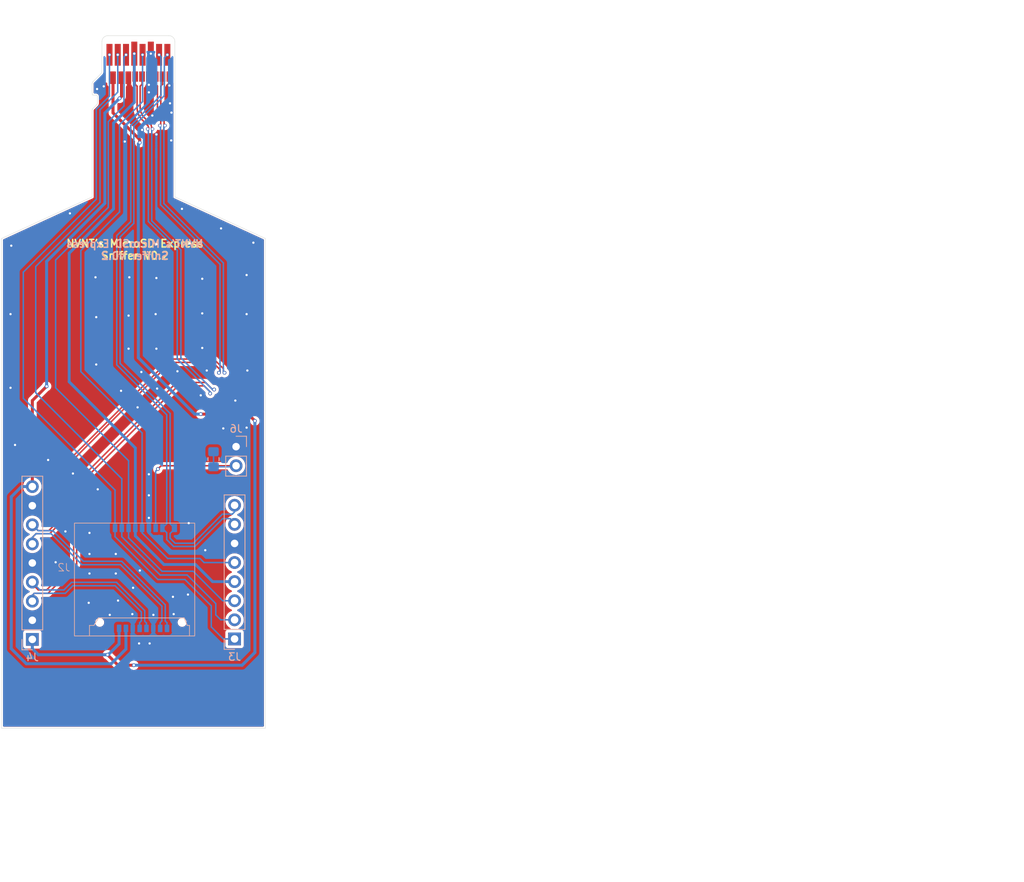
<source format=kicad_pcb>
(kicad_pcb (version 20241229) (generator "pcbnew") (generator_version "9.0")
  (title_block (title "NVNT MicroSD Express Sniffer"))
  (layers (0 "F.Cu" signal) (2 "B.Cu" signal) (13 "F.Paste" user) (15 "B.Paste" user) (5 "F.SilkS" user "F.Silkscreen") (7 "B.SilkS" user "B.Silkscreen") (1 "F.Mask" user) (3 "B.Mask" user) (25 "Edge.Cuts" user))
  (net 0 "")
  (net 1 "/TX+")
  (net 2 "/TX-")
  (net 3 "/RX+")
  (net 4 "GND")
  (net 5 "/RX-")
  (net 6 "/REFCLK+")
  (net 7 "/REFCLK-")
  (net 8 "/PERST")
  (net 9 "/CLKREQ")
  (net 10 "/CMD")
  (net 11 "/CLK")
  (net 12 "/1V2")
  (net 13 "/3V3")
  (net 14 "/1V8")
  (net 15 "/CD")
  (footprint "Library:usdex-male-open_bottom" (layer "F.Cu") (at 141.61 77.96)
    (property "Reference" "J1" (hide yes))
    (property "Value" "MicroSD Express Edge Connector")
    (fp_line (start -6.15 6.395685) (end -6.15 7.8) (stroke (width 0.05)) (layer "Edge.Cuts"))
    (fp_line (start -6.15 9.8) (end -6.149999 15) (stroke (width 0.05)) (layer "Edge.Cuts"))
    (fp_line (start -6.05 7.9) (end -5.65 7.9) (stroke (width 0.05)) (layer "Edge.Cuts"))
    (fp_line (start -5.567158 9.217158) (end -6.15 9.8) (stroke (width 0.05)) (layer "Edge.Cuts"))
    (fp_line (start -5.45 8.1) (end -5.45 8.934315) (stroke (width 0.05)) (layer "Edge.Cuts"))
    (fp_line (start -4.967158 5.047158) (end -6.032843 6.112843) (stroke (width 0.05)) (layer "Edge.Cuts"))
    (fp_line (start -4.85 4.764315) (end -4.85 0.8) (stroke (width 0.05)) (layer "Edge.Cuts"))
    (fp_line (start -4.05 0) (end 4.05 0) (stroke (width 0.05)) (layer "Edge.Cuts"))
    (fp_line (start 4.85 0.8) (end 4.85 15) (stroke (width 0.05)) (layer "Edge.Cuts"))
    (fp_arc (start -6.15 6.395685) (mid -6.119552 6.242612) (end -6.032843 6.112843) (stroke (width 0.05)) (layer "Edge.Cuts"))
    (fp_arc (start -6.05 7.9) (mid -6.120711 7.870711) (end -6.15 7.8) (stroke (width 0.05)) (layer "Edge.Cuts"))
    (fp_arc (start -5.65 7.9) (mid -5.508579 7.958579) (end -5.45 8.1) (stroke (width 0.05)) (layer "Edge.Cuts"))
    (fp_arc (start -5.45 8.934315) (mid -5.480448 9.087389) (end -5.567158 9.217158) (stroke (width 0.05)) (layer "Edge.Cuts"))
    (fp_arc (start -4.85 0.8) (mid -4.615685 0.234315) (end -4.05 0) (stroke (width 0.05)) (layer "Edge.Cuts"))
    (fp_arc (start -4.85 4.764315) (mid -4.880448 4.917389) (end -4.967158 5.047158) (stroke (width 0.05)) (layer "Edge.Cuts"))
    (fp_arc (start 4.05 0) (mid 4.615685 0.234315) (end 4.85 0.8) (stroke (width 0.05)) (layer "Edge.Cuts"))
    (pad "1" smd rect (at -3.85 2.55) (size 0.8 2.9) (layers "F.Cu" "F.Mask" "F.Paste") (net 9 "/CLKREQ"))
    (pad "2" smd rect (at -2.75 2.55) (size 0.8 2.9) (layers "F.Cu" "F.Mask" "F.Paste") (net 8 "/PERST"))
    (pad "3" smd rect (at -1.65 2.55) (size 0.8 2.9) (layers "F.Cu" "F.Mask" "F.Paste") (net 10 "/CMD"))
    (pad "4" smd rect (at -0.55 2.4) (size 0.8 3.2) (layers "F.Cu" "F.Mask" "F.Paste") (net 13 "/3V3"))
    (pad "5" smd rect (at 0.55 2.55) (size 0.8 2.9) (layers "F.Cu" "F.Mask" "F.Paste") (net 11 "/CLK"))
    (pad "6" smd rect (at 1.65 2.4) (size 0.8 3.2) (layers "F.Cu" "F.Mask" "F.Paste") (net 4 "GND"))
    (pad "7" smd rect (at 2.75 2.55) (size 0.8 2.9) (layers "F.Cu" "F.Mask" "F.Paste") (net 6 "/REFCLK+"))
    (pad "8" smd rect (at 3.85 2.55) (size 0.8 2.9) (layers "F.Cu" "F.Mask" "F.Paste") (net 7 "/REFCLK-"))
    (pad "9" smd rect (at -3.38 5.595) (size 0.76 1.67) (layers "F.Cu" "F.Mask" "F.Paste") (net 14 "/1V8"))
    (pad "10" smd rect (at -1.34 5.595) (size 0.76 1.67) (layers "F.Cu" "F.Mask" "F.Paste") (net 4 "GND"))
    (pad "11" smd rect (at -0.43 5.445) (size 0.76 1.37) (layers "F.Cu" "F.Mask" "F.Paste") (net 1 "/TX+"))
    (pad "12" smd rect (at 0.48 5.445) (size 0.76 1.37) (layers "F.Cu" "F.Mask" "F.Paste") (net 2 "/TX-"))
    (pad "13" smd rect (at 1.39 5.445) (size 0.76 1.37) (layers "F.Cu" "F.Mask" "F.Paste") (net 4 "GND"))
    (pad "14" smd rect (at 2.3 5.445) (size 0.76 1.37) (layers "F.Cu" "F.Mask" "F.Paste") (net 5 "/RX-"))
    (pad "15" smd rect (at 3.21 5.445) (size 0.76 1.37) (layers "F.Cu" "F.Mask" "F.Paste") (net 3 "/RX+"))
    (pad "16" smd rect (at 4.12 5.445) (size 0.76 1.37) (layers "F.Cu" "F.Mask" "F.Paste") (net 4 "GND"))
    (pad "17" smd rect (at -2.25 5.595) (size 0.76 1.67) (layers "F.Cu" "F.Mask" "F.Paste") (net 12 "/1V2"))
  )
  (footprint "Library:PinHeader_1x02_P2.54mm_Vertical" (layer "B.Cu") (at 154.6 132.625 180)
    (property "Reference" "J6" (at 0 2.38 0) (layer "B.SilkS") (effects (justify mirror)))
    (property "Value" "Conn_01x02_Pin Jumper/NC")
    (pad "1" thru_hole rect (at 0 0 180) (size 1.7 1.7) (drill 1) (layers "*.Cu" "*.Mask") (net 4 "GND"))
    (pad "2" thru_hole circle (at 0 -2.54 180) (size 1.7 1.7) (drill 1) (layers "*.Cu" "*.Mask") (net 15 "/CD"))
  )
  (footprint "Library:R_0805_2012Metric_Pad1.20x1.40mm_HandSolder" (layer "B.Cu") (at 151.6 134.3 90)
    (property "Reference" "R1" (hide yes))
    (property "Value" "10K/NC")
    (pad "1" smd roundrect (at -1 0 90) (size 1.2 1.4) (layers "B.Cu" "B.Mask" "B.Paste") (roundrect_rratio 0.208333) (net 15 "/CD"))
    (pad "2" smd roundrect (at 1 0 90) (size 1.2 1.4) (layers "B.Cu" "B.Mask" "B.Paste") (roundrect_rratio 0.208333) (net 15 "/CD"))
  )
  (footprint "Library:PinHeader_1x08_P2.54mm_Vertical" (layer "B.Cu") (at 154.4 158.2)
    (property "Reference" "J3" (at 0 2.38 0) (layer "B.SilkS") (effects (justify mirror)))
    (property "Value" "SD Lane Pins")
    (pad "1" thru_hole rect (at 0 0) (size 1.7 1.7) (drill 1) (layers "*.Cu" "*.Mask") (net 9 "/CLKREQ"))
    (pad "2" thru_hole circle (at 0 -2.54) (size 1.7 1.7) (drill 1) (layers "*.Cu" "*.Mask") (net 8 "/PERST"))
    (pad "3" thru_hole circle (at 0 -5.08) (size 1.7 1.7) (drill 1) (layers "*.Cu" "*.Mask") (net 10 "/CMD"))
    (pad "4" thru_hole circle (at 0 -7.62) (size 1.7 1.7) (drill 1) (layers "*.Cu" "*.Mask") (net 13 "/3V3"))
    (pad "5" thru_hole circle (at 0 -10.16) (size 1.7 1.7) (drill 1) (layers "*.Cu" "*.Mask") (net 11 "/CLK"))
    (pad "6" thru_hole circle (at 0 -12.7) (size 1.7 1.7) (drill 1) (layers "*.Cu" "*.Mask") (net 4 "GND"))
    (pad "7" thru_hole circle (at 0 -15.24) (size 1.7 1.7) (drill 1) (layers "*.Cu" "*.Mask") (net 6 "/REFCLK+"))
    (pad "8" thru_hole circle (at 0 -17.78) (size 1.7 1.7) (drill 1) (layers "*.Cu" "*.Mask") (net 7 "/REFCLK-"))
  )
  (footprint "Library:PinHeader_1x09_P2.54mm_Vertical" (layer "B.Cu") (at 127.5 158.26)
    (property "Reference" "J4" (at 0 2.38 0) (layer "B.SilkS") (effects (justify mirror)))
    (property "Value" "PCIe Lane Pins")
    (pad "1" thru_hole rect (at 0 0) (size 1.7 1.7) (drill 1) (layers "*.Cu" "*.Mask") (net 14 "/1V8"))
    (pad "2" thru_hole circle (at 0 -2.54) (size 1.7 1.7) (drill 1) (layers "*.Cu" "*.Mask") (net 4 "GND"))
    (pad "3" thru_hole circle (at 0 -5.08) (size 1.7 1.7) (drill 1) (layers "*.Cu" "*.Mask") (net 1 "/TX+"))
    (pad "4" thru_hole circle (at 0 -7.62) (size 1.7 1.7) (drill 1) (layers "*.Cu" "*.Mask") (net 2 "/TX-"))
    (pad "5" thru_hole circle (at 0 -10.16) (size 1.7 1.7) (drill 1) (layers "*.Cu" "*.Mask") (net 4 "GND"))
    (pad "6" thru_hole circle (at 0 -12.7) (size 1.7 1.7) (drill 1) (layers "*.Cu" "*.Mask") (net 5 "/RX-"))
    (pad "7" thru_hole circle (at 0 -15.24) (size 1.7 1.7) (drill 1) (layers "*.Cu" "*.Mask") (net 3 "/RX+"))
    (pad "8" thru_hole circle (at 0 -17.78) (size 1.7 1.7) (drill 1) (layers "*.Cu" "*.Mask") (net 4 "GND"))
    (pad "9" thru_hole circle (at 0 -20.32) (size 1.7 1.7) (drill 1) (layers "*.Cu" "*.Mask") (net 12 "/1V2"))
  )
  (footprint "Library:SMT_TF_418__7.0_SF" (layer "B.Cu") (at 141.1 148.7 180)
    (property "Reference" "J2" (at 9.4 0 0) (layer "B.SilkS") (effects (font (thickness 0.1)) (justify mirror)))
    (property "Value" "SMT-TF-418-7..0-SF")
    (pad "" np_thru_hole circle (at -6.32 -7.3 90) (size 0.7 0.7) (drill 0.7) (layers "*.Cu" "*.Mask"))
    (pad "" np_thru_hole circle (at 4.64 -7.3 90) (size 0.7 0.7) (drill 0.7) (layers "*.Cu" "*.Mask"))
    (pad "1" smd roundrect (at 2.6 5.25 90) (size 1.1 0.6) (layers "B.Cu" "B.Mask" "B.Paste") (roundrect_rratio 0.15) (net 9 "/CLKREQ"))
    (pad "2" smd roundrect (at 1.7 5.25 90) (size 1.1 0.6) (layers "B.Cu" "B.Mask" "B.Paste") (roundrect_rratio 0.15) (net 8 "/PERST"))
    (pad "3" smd roundrect (at 0.8 5.25 90) (size 1.1 0.6) (layers "B.Cu" "B.Mask" "B.Paste") (roundrect_rratio 0.15) (net 10 "/CMD"))
    (pad "4" smd roundrect (at -0.1 5.25 90) (size 1.1 0.6) (layers "B.Cu" "B.Mask" "B.Paste") (roundrect_rratio 0.15) (net 13 "/3V3"))
    (pad "5" smd roundrect (at -1 5.25 90) (size 1.1 0.6) (layers "B.Cu" "B.Mask" "B.Paste") (roundrect_rratio 0.15) (net 11 "/CLK"))
    (pad "6" smd roundrect (at -1.9 5.25 90) (size 1.1 0.6) (layers "B.Cu" "B.Mask" "B.Paste") (roundrect_rratio 0.15) (net 4 "GND"))
    (pad "7" smd roundrect (at -3.7 5.25 90) (size 1.1 0.6) (layers "B.Cu" "B.Mask" "B.Paste") (roundrect_rratio 0.15) (net 6 "/REFCLK+"))
    (pad "8" smd roundrect (at -5.3 5.25 90) (size 1.1 0.7) (layers "B.Cu" "B.Mask" "B.Paste") (roundrect_rratio 0.15) (net 7 "/REFCLK-"))
    (pad "9" smd roundrect (at 2.06 -8.1 90) (size 1 0.6) (layers "B.Cu" "B.Mask" "B.Paste") (roundrect_rratio 0.15) (net 14 "/1V8"))
    (pad "10" smd roundrect (at 0.24 -8.1 90) (size 1 0.6) (layers "B.Cu" "B.Mask" "B.Paste") (roundrect_rratio 0.15) (net 4 "GND"))
    (pad "11" smd roundrect (at -0.67 -8.1 90) (size 1 0.6) (layers "B.Cu" "B.Mask" "B.Paste") (roundrect_rratio 0.15) (net 1 "/TX+"))
    (pad "12" smd roundrect (at -1.58 -8.1 90) (size 1 0.6) (layers "B.Cu" "B.Mask" "B.Paste") (roundrect_rratio 0.15) (net 2 "/TX-"))
    (pad "13" smd roundrect (at -2.49 -8.1 90) (size 1 0.6) (layers "B.Cu" "B.Mask" "B.Paste") (roundrect_rratio 0.15) (net 4 "GND"))
    (pad "14" smd roundrect (at -3.4 -8.1 90) (size 1 0.6) (layers "B.Cu" "B.Mask" "B.Paste") (roundrect_rratio 0.15) (net 5 "/RX-"))
    (pad "15" smd roundrect (at -4.31 -8.1 90) (size 1 0.6) (layers "B.Cu" "B.Mask" "B.Paste") (roundrect_rratio 0.15) (net 3 "/RX+"))
    (pad "16" smd roundrect (at -5.22 -8.1 90) (size 1 0.6) (layers "B.Cu" "B.Mask" "B.Paste") (roundrect_rratio 0.15) (net 4 "GND"))
    (pad "17" smd roundrect (at 1.15 -8.1 90) (size 1 0.6) (layers "B.Cu" "B.Mask" "B.Paste") (roundrect_rratio 0.15) (net 12 "/1V2"))
    (pad "18" smd roundrect (at -2.8 5.25 90) (size 1.1 0.6) (layers "B.Cu" "B.Mask" "B.Paste") (roundrect_rratio 0.15) (net 15 "/CD"))
    (pad "19" smd roundrect (at -7.18 4.7 90) (size 1.4 1.25) (layers "B.Cu" "B.Mask" "B.Paste") (roundrect_rratio 0.15) (net 4 "GND"))
    (pad "20" smd roundrect (at 7.18 4.7 90) (size 1.4 1.25) (layers "B.Cu" "B.Mask" "B.Paste") (roundrect_rratio 0.15) (net 4 "GND"))
    (pad "21" smd roundrect (at 7.18 -4.7 90) (size 1.4 1.25) (layers "B.Cu" "B.Mask" "B.Paste") (roundrect_rratio 0.15) (net 4 "GND"))
    (pad "22" smd roundrect (at -7.18 -4.7 90) (size 1.4 1.25) (layers "B.Cu" "B.Mask" "B.Paste") (roundrect_rratio 0.15) (net 4 "GND"))
    (pad "23" smd roundrect (at 3.31 -8.1 90) (size 1.1 1) (layers "B.Cu" "B.Mask" "B.Paste") (roundrect_rratio 0.15) (net 4 "GND"))
  )
  (gr_line (start 146.46 99.415985) (end 146.46 92.96) (stroke (width 0.05)) (layer "Edge.Cuts"))
  (gr_line (start 123.4 170.07) (end 158.5 170.07) (stroke (width 0.05)) (layer "Edge.Cuts"))
  (gr_line (start 158.5 104.95) (end 158.5 170.07) (stroke (width 0.05)) (layer "Edge.Cuts"))
  (gr_line (start 123.402514 104.95) (end 135.46 99.415985) (stroke (width 0.05)) (layer "Edge.Cuts"))
  (gr_line (start 146.46 99.415985) (end 158.5 104.95) (stroke (width 0.05)) (layer "Edge.Cuts"))
  (gr_line (start 123.402514 104.95) (end 123.4 170.07) (stroke (width 0.05)) (layer "Edge.Cuts"))
  (gr_line (start 135.46 92.96) (end 135.46 99.415985) (stroke (width 0.05)) (layer "Edge.Cuts"))
  (gr_text "NVNT's MicroSD Express\nSniffer V0.2" (at 141.15 107.81 0) (layer "F.SilkS") (effects (font (size 1 1) (thickness 0.2) (bold yes)) (justify bottom)))
  (gr_text "NVNT's MicroSD Express\nSniffer V0.2" (at 141.12 107.85 0) (layer "B.SilkS") (effects (font (size 1 1) (thickness 0.2) (bold yes)) (justify bottom mirror)))
  (segment (start 150.348778 124.542383) (end 146.875815 124.542383) (width 0.2) (layer "F.Cu") (net 1))
  (segment (start 127.5 152.4) (end 127.5 153.18) (width 0.2) (layer "F.Cu") (net 1))
  (segment (start 142.809336 89.858142) (end 142.136197 89.185003) (width 0.205232) (layer "F.Cu") (net 1))
  (segment (start 133.4 148.318198) (end 129.583197 152.135001) (width 0.2) (layer "F.Cu") (net 1))
  (segment (start 133.4 138.018198) (end 133.4 148.318198) (width 0.2) (layer "F.Cu") (net 1))
  (segment (start 146.875815 124.542383) (end 133.4 138.018198) (width 0.2) (layer "F.Cu") (net 1))
  (segment (start 127.764999 152.135001) (end 127.5 152.4) (width 0.2) (layer "F.Cu") (net 1))
  (segment (start 151.154552 125.348157) (end 150.348778 124.542383) (width 0.2) (layer "F.Cu") (net 1))
  (segment (start 141.18 84.432501) (end 141.18 83.405) (width 0.205232) (layer "F.Cu") (net 1))
  (segment (start 142.955783 90.257617) (end 142.955783 90.211696) (width 0.205232) (layer "F.Cu") (net 1))
  (segment (start 129.583197 152.135001) (end 127.764999 152.135001) (width 0.2) (layer "F.Cu") (net 1))
  (segment (start 141.430784 84.683285) (end 141.18 84.432501) (width 0.205232) (layer "F.Cu") (net 1))
  (segment (start 151.154552 125.560288) (end 151.154552 125.348157) (width 0.2) (layer "F.Cu") (net 1))
  (segment (start 142.8334 90.38) (end 142.955783 90.257617) (width 0.205232) (layer "F.Cu") (net 1))
  (segment (start 141.430784 87.481985) (end 141.430784 84.683285) (width 0.205232) (layer "F.Cu") (net 1))
  (via (at 142.8334 90.38) (size 0.45) (drill 0.3) (layers "F.Cu" "B.Cu") (net 1))
  (via (at 151.154552 125.560288) (size 0.5) (drill 0.3) (layers "F.Cu" "B.Cu") (net 1))
  (arc (start 142.955783 90.211696) (mid 142.917723 90.020354) (end 142.809336 89.858142) (width 0.205232) (layer "F.Cu") (net 1))
  (arc (start 141.430784 87.481985) (mid 141.614115 88.403652) (end 142.136197 89.185003) (width 0.205232) (layer "F.Cu") (net 1))
  (segment (start 141.77 156.8) (end 141.77 156.03) (width 0.2) (layer "B.Cu") (net 1))
  (segment (start 142.8334 90.38) (end 142.932384 90.478984) (width 0.2) (layer "B.Cu") (net 1))
  (segment (start 151.154552 125.348157) (end 151.154552 125.560288) (width 0.2) (layer "B.Cu") (net 1))
  (segment (start 141.77 156.03) (end 142 155.8) (width 0.2) (layer "B.Cu") (net 1))
  (segment (start 127.765 152.135) (end 127.5 152.4) (width 0.2) (layer "B.Cu") (net 1))
  (segment (start 127.5 152.4) (end 127.5 153.18) (width 0.2) (layer "B.Cu") (net 1))
  (segment (start 138.506802 151.125) (end 132.893198 151.125) (width 0.2) (layer "B.Cu") (net 1))
  (segment (start 142 155.8) (end 142 154.618198) (width 0.2) (layer "B.Cu") (net 1))
  (segment (start 132.893198 151.125) (end 131.883198 152.135) (width 0.2) (layer "B.Cu") (net 1))
  (segment (start 142.932384 90.478984) (end 142.932384 102.682384) (width 0.2) (layer "B.Cu") (net 1))
  (segment (start 142 154.618198) (end 138.506802 151.125) (width 0.2) (layer "B.Cu") (net 1))
  (segment (start 142.932384 102.682384) (end 146.77 106.52) (width 0.2) (layer "B.Cu") (net 1))
  (segment (start 131.883198 152.135) (end 127.765 152.135) (width 0.2) (layer "B.Cu") (net 1))
  (segment (start 146.77 120.963605) (end 151.154552 125.348157) (width 0.2) (layer "B.Cu") (net 1))
  (segment (start 146.77 106.52) (end 146.77 120.963605) (width 0.2) (layer "B.Cu") (net 1))
  (segment (start 143.4866 90.38) (end 143.364217 90.257617) (width 0.205232) (layer "F.Cu") (net 2))
  (segment (start 127.5 150.9) (end 128.284999 151.684999) (width 0.2) (layer "F.Cu") (net 2))
  (segment (start 143.364217 90.257617) (end 143.364217 90.211696) (width 0.205232) (layer "F.Cu") (net 2))
  (segment (start 129.396803 151.684999) (end 133 148.081802) (width 0.2) (layer "F.Cu") (net 2))
  (segment (start 146.689419 124.092383) (end 150.535176 124.092383) (width 0.2) (layer "F.Cu") (net 2))
  (segment (start 151.472751 125.029958) (end 151.684882 125.029958) (width 0.2) (layer "F.Cu") (net 2))
  (segment (start 142.09 84.432501) (end 142.09 83.405) (width 0.205232) (layer "F.Cu") (net 2))
  (segment (start 141.839216 87.481983) (end 141.839216 84.683285) (width 0.205232) (layer "F.Cu") (net 2))
  (segment (start 133 148.081802) (end 133 137.781802) (width 0.2) (layer "F.Cu") (net 2))
  (segment (start 133 137.781802) (end 146.689419 124.092383) (width 0.2) (layer "F.Cu") (net 2))
  (segment (start 143.098143 89.569337) (end 142.425002 88.896196) (width 0.205232) (layer "F.Cu") (net 2))
  (segment (start 128.284999 151.684999) (end 129.396803 151.684999) (width 0.2) (layer "F.Cu") (net 2))
  (segment (start 141.839216 84.683285) (end 142.09 84.432501) (width 0.205232) (layer "F.Cu") (net 2))
  (segment (start 150.535176 124.092383) (end 151.472751 125.029958) (width 0.2) (layer "F.Cu") (net 2))
  (segment (start 127.5 150.64) (end 127.5 150.9) (width 0.2) (layer "F.Cu") (net 2))
  (via (at 143.4866 90.38) (size 0.45) (drill 0.3) (layers "F.Cu" "B.Cu") (net 2))
  (via (at 151.684882 125.029958) (size 0.5) (drill 0.3) (layers "F.Cu" "B.Cu") (net 2))
  (arc (start 142.425002 88.896196) (mid 141.991457 88.24735) (end 141.839216 87.481983) (width 0.205232) (layer "F.Cu") (net 2))
  (arc (start 143.098143 89.569337) (mid 143.295067 89.864054) (end 143.364217 90.211696) (width 0.205232) (layer "F.Cu") (net 2))
  (segment (start 143.387616 102.587616) (end 147.26 106.46) (width 0.2) (layer "B.Cu") (net 2))
  (segment (start 151.472751 125.029958) (end 151.684882 125.029958) (width 0.2) (layer "B.Cu") (net 2))
  (segment (start 143.387616 90.478984) (end 143.387616 102.587616) (width 0.2) (layer "B.Cu") (net 2))
  (segment (start 147.26 120.817207) (end 151.472751 125.029958) (width 0.2) (layer "B.Cu") (net 2))
  (segment (start 132.706802 150.675) (end 138.693198 150.675) (width 0.2) (layer "B.Cu") (net 2))
  (segment (start 143.4866 90.38) (end 143.387616 90.478984) (width 0.2) (layer "B.Cu") (net 2))
  (segment (start 127.5 150.67) (end 128.515 151.685) (width 0.2) (layer "B.Cu") (net 2))
  (segment (start 128.515 151.685) (end 131.696802 151.685) (width 0.2) (layer "B.Cu") (net 2))
  (segment (start 147.26 106.46) (end 147.26 120.817207) (width 0.2) (layer "B.Cu") (net 2))
  (segment (start 142.68 156.08) (end 142.68 156.8) (width 0.2) (layer "B.Cu") (net 2))
  (segment (start 142.45 155.85) (end 142.68 156.08) (width 0.2) (layer "B.Cu") (net 2))
  (segment (start 127.5 150.64) (end 127.5 150.67) (width 0.2) (layer "B.Cu") (net 2))
  (segment (start 131.696802 151.685) (end 132.706802 150.675) (width 0.2) (layer "B.Cu") (net 2))
  (segment (start 142.45 154.431802) (end 142.45 155.85) (width 0.2) (layer "B.Cu") (net 2))
  (segment (start 138.693198 150.675) (end 142.45 154.431802) (width 0.2) (layer "B.Cu") (net 2))
  (segment (start 145.025 89.2) (end 145.025001 89.200001) (width 0.2) (layer "F.Cu") (net 3))
  (segment (start 127.5 143.02) (end 128.28 143.8) (width 0.2) (layer "F.Cu") (net 3))
  (segment (start 129.681802 143.8) (end 130.575 142.906802) (width 0.2) (layer "F.Cu") (net 3))
  (segment (start 144.59 87.671802) (end 145.025 88.106802) (width 0.2) (layer "F.Cu") (net 3))
  (segment (start 130.575 136.225) (end 145.825 120.975) (width 0.2) (layer "F.Cu") (net 3))
  (segment (start 128.28 143.8) (end 129.681802 143.8) (width 0.2) (layer "F.Cu") (net 3))
  (segment (start 152.911682 122.647937) (end 153.061681 122.797936) (width 0.2) (layer "F.Cu") (net 3))
  (segment (start 145.025001 89.200001) (end 145.025001 89.794051) (width 0.2) (layer "F.Cu") (net 3))
  (segment (start 145.825 120.975) (end 151.634099 120.975) (width 0.2) (layer "F.Cu") (net 3))
  (segment (start 145.025001 89.794051) (end 145.15 89.91905) (width 0.2) (layer "F.Cu") (net 3))
  (segment (start 144.82 84.432501) (end 144.59 84.662501) (width 0.2) (layer "F.Cu") (net 3))
  (segment (start 145.025 88.106802) (end 145.025 89.2) (width 0.2) (layer "F.Cu") (net 3))
  (segment (start 144.82 83.405) (end 144.82 84.432501) (width 0.2) (layer "F.Cu") (net 3))
  (segment (start 151.634099 120.975) (end 152.911682 122.252583) (width 0.2) (layer "F.Cu") (net 3))
  (segment (start 152.911682 122.252583) (end 152.911682 122.647937) (width 0.2) (layer "F.Cu") (net 3))
  (segment (start 130.575 142.906802) (end 130.575 136.225) (width 0.2) (layer "F.Cu") (net 3))
  (segment (start 144.59 84.662501) (end 144.59 87.671802) (width 0.2) (layer "F.Cu") (net 3))
  (via (at 145.15 89.91905) (size 0.45) (drill 0.3) (layers "F.Cu" "B.Cu") (net 3))
  (via (at 153.061681 122.797936) (size 0.5) (drill 0.3) (layers "F.Cu" "B.Cu") (net 3))
  (segment (start 128.28 143.8) (end 127.5 143.02) (width 0.2) (layer "B.Cu") (net 3))
  (segment (start 145.000001 100.281803) (end 152.911681 108.193483) (width 0.2) (layer "B.Cu") (net 3))
  (segment (start 145.18 153.661802) (end 139.393198 147.875) (width 0.2) (layer "B.Cu") (net 3))
  (segment (start 145.41 156.8) (end 145.41 156.049999) (width 0.2) (layer "B.Cu") (net 3))
  (segment (start 134.293198 147.875) (end 130.218198 143.8) (width 0.2) (layer "B.Cu") (net 3))
  (segment (start 145.000001 100.281803) (end 145.000001 90.3) (width 0.2) (layer "B.Cu") (net 3))
  (segment (start 145.41 156.049999) (end 145.18 155.819999) (width 0.2) (layer "B.Cu") (net 3))
  (segment (start 152.911681 122.647936) (end 152.911681 108.193483) (width 0.2) (layer "B.Cu") (net 3))
  (segment (start 145.000001 90.3) (end 145.000001 90.069049) (width 0.2) (layer "B.Cu") (net 3))
  (segment (start 139.393198 147.875) (end 134.293198 147.875) (width 0.2) (layer "B.Cu") (net 3))
  (segment (start 130.218198 143.8) (end 128.28 143.8) (width 0.2) (layer "B.Cu") (net 3))
  (segment (start 153.061681 122.797936) (end 152.911681 122.647936) (width 0.2) (layer "B.Cu") (net 3))
  (segment (start 145.18 155.819999) (end 145.18 153.661802) (width 0.2) (layer "B.Cu") (net 3))
  (arc (start 145.000001 90.069049) (mid 145.043935 89.962984) (end 145.15 89.91905) (width 0.2) (layer "B.Cu") (net 3))
  (segment (start 145.73 86.88) (end 145.81 86.96) (width 0.4) (layer "F.Cu") (net 4))
  (segment (start 140.27 88.67) (end 142.1 90.5) (width 0.4) (layer "F.Cu") (net 4))
  (segment (start 140.27 83.555) (end 140.27 88.67) (width 0.4) (layer "F.Cu") (net 4))
  (segment (start 143 83.4025) (end 143 85.3375) (width 0.4) (layer "F.Cu") (net 4))
  (segment (start 145.73 83.405) (end 145.73 84.6) (width 0.4) (layer "F.Cu") (net 4))
  (segment (start 145.73 84.6) (end 145.73 86.88) (width 0.4) (layer "F.Cu") (net 4))
  (via (at 150.1 110.3) (size 0.5) (drill 0.3) (layers "F.Cu" "B.Cu") (net 4))
  (via (at 147.4 101) (size 0.5) (drill 0.3) (layers "F.Cu" "B.Cu") (net 4))
  (via (at 156.1 122.5) (size 0.5) (drill 0.3) (layers "F.Cu" "B.Cu") (net 4))
  (via (at 137 84.7) (size 0.5) (drill 0.3) (layers "F.Cu" "B.Cu") (net 4))
  (via (at 132.9 136.2) (size 0.5) (drill 0.3) (layers "F.Cu" "B.Cu") (net 4))
  (via (at 142.1 90.5) (size 0.5) (drill 0.3) (layers "F.Cu" "B.Cu") (net 4))
  (via (at 140.4 105.4) (size 0.5) (drill 0.3) (layers "F.Cu" "B.Cu") (net 4))
  (via (at 136 115.4) (size 0.5) (drill 0.3) (layers "F.Cu" "B.Cu") (net 4))
  (via (at 139.3 125.2) (size 0.5) (drill 0.3) (layers "F.Cu" "B.Cu") (net 4))
  (via (at 143 85.5) (size 0.6) (drill 0.3) (layers "F.Cu" "B.Cu") (net 4))
  (via (at 135.1 149.5) (size 0.5) (drill 0.3) (layers "F.Cu" "B.Cu") (net 4))
  (via (at 140.9 151.4) (size 0.5) (drill 0.3) (layers "F.Cu" "B.Cu") (net 4))
  (via (at 149.9 125.8) (size 0.5) (drill 0.3) (layers "F.Cu" "B.Cu") (net 4))
  (via (at 146.8 122.6) (size 0.5) (drill 0.3) (layers "F.Cu" "B.Cu") (net 4))
  (via (at 146 88.2) (size 0.5) (drill 0.3) (layers "F.Cu" "B.Cu") (net 4))
  (via (at 148.2 152.3) (size 0.5) (drill 0.3) (layers "F.Cu" "B.Cu") (net 4))
  (via (at 144 91.1) (size 0.45) (drill 0.3) (layers "F.Cu" "B.Cu") (net 4))
  (via (at 136 121.7) (size 0.5) (drill 0.3) (layers "F.Cu" "B.Cu") (net 4))
  (via (at 140.3 115.2) (size 0.5) (drill 0.3) (layers "F.Cu" "B.Cu") (net 4))
  (via (at 143.46 88.59) (size 0.5) (drill 0.3) (layers "F.Cu" "B.Cu") (net 4))
  (via (at 141.7 158.8) (size 0.5) (drill 0.3) (layers "F.Cu" "B.Cu") (net 4))
  (via (at 150.1 114.9) (size 0.5) (drill 0.3) (layers "F.Cu" "B.Cu") (net 4))
  (via (at 136.11 85.06) (size 0.5) (drill 0.3) (layers "F.Cu" "B.Cu") (net 4))
  (via (at 146.3 154.9) (size 0.5) (drill 0.3) (layers "F.Cu" "B.Cu") (net 4))
  (via (at 143 142.1) (size 0.5) (drill 0.3) (layers "F.Cu" "B.Cu") (net 4))
  (via (at 124.7 105.9) (size 0.5) (drill 0.3) (layers "F.Cu" "B.Cu") (net 4))
  (via (at 150.5 146.4) (size 0.5) (drill 0.3) (layers "F.Cu" "B.Cu") (net 4))
  (via (at 148.3 142.8) (size 0.5) (drill 0.3) (layers "F.Cu" "B.Cu") (net 4))
  (via (at 124.6 115) (size 0.5) (drill 0.3) (layers "F.Cu" "B.Cu") (net 4))
  (via (at 143.6 155) (size 0.5) (drill 0.3) (layers "F.Cu" "B.Cu") (net 4))
  (via (at 150.1 119.5) (size 0.5) (drill 0.3) (layers "F.Cu" "B.Cu") (net 4))
  (via (at 156.9 105.5) (size 0.5) (drill 0.3) (layers "F.Cu" "B.Cu") (net 4))
  (via (at 140.8 154.9) (size 0.5) (drill 0.3) (layers "F.Cu" "B.Cu") (net 4))
  (via (at 136.6 105.6) (size 0.5) (drill 0.3) (layers "F.Cu" "B.Cu") (net 4))
  (via (at 141.5 127.4) (size 0.5) (drill 0.3) (layers "F.Cu" "B.Cu") (net 4))
  (via (at 138.6 149.5) (size 0.5) (drill 0.3) (layers "F.Cu" "B.Cu") (net 4))
  (via (at 132.5 101.6) (size 0.5) (drill 0.3) (layers "F.Cu" "B.Cu") (net 4))
  (via (at 145.81 86.96) (size 0.5) (drill 0.3) (layers "F.Cu" "B.Cu") (net 4))
  (via (at 141.8 149.1) (size 0.5) (drill 0.3) (layers "F.Cu" "B.Cu") (net 4))
  (via (at 152.9 130.2) (size 0.5) (drill 0.3) (layers "F.Cu" "B.Cu") (net 4))
  (via (at 136.2 138.3) (size 0.5) (drill 0.3) (layers "F.Cu" "B.Cu") (net 4))
  (via (at 150.7 122.5) (size 0.5) (drill 0.3) (layers "F.Cu" "B.Cu") (net 4))
  (via (at 143.1 158.8) (size 0.5) (drill 0.3) (layers "F.Cu" "B.Cu") (net 4))
  (via (at 135.1 144.1) (size 0.5) (drill 0.3) (layers "F.Cu" "B.Cu") (net 4))
  (via (at 143 84.5) (size 0.5) (drill 0.3) (layers "F.Cu" "B.Cu") (net 4))
  (via (at 140.3 119.6) (size 0.5) (drill 0.3) (layers "F.Cu" "B.Cu") (net 4))
  (via (at 137.8 155) (size 0.5) (drill 0.3) (layers "F.Cu" "B.Cu") (net 4))
  (via (at 143 136.3) (size 0.5) (drill 0.3) (layers "F.Cu" "B.Cu") (net 4))
  (via (at 144 105.7) (size 0.5) (drill 0.3) (layers "F.Cu" "B.Cu") (net 4))
  (via (at 138.9 153.1) (size 0.5) (drill 0.3) (layers "F.Cu" "B.Cu") (net 4))
  (via (at 143.26 80.36) (size 0.45) (drill 0.3) (layers "F.Cu" "B.Cu") (net 4))
  (via (at 125.2 132.4) (size 0.5) (drill 0.3) (layers "F.Cu" "B.Cu") (net 4))
  (via (at 143 139.1) (size 0.5) (drill 0.3) (layers "F.Cu" "B.Cu") (net 4))
  (via (at 131.9 143.9) (size 0.5) (drill 0.3) (layers "F.Cu" "B.Cu") (net 4))
  (via (at 135.1 146.9) (size 0.5) (drill 0.3) (layers "F.Cu" "B.Cu") (net 4))
  (via (at 138.6 146.9) (size 0.5) (drill 0.3) (layers "F.Cu" "B.Cu") (net 4))
  (via (at 135.9 110.1) (size 0.5) (drill 0.3) (layers "F.Cu" "B.Cu") (net 4))
  (via (at 156 115) (size 0.5) (drill 0.3) (layers "F.Cu" "B.Cu") (net 4))
  (via (at 156 109.8) (size 0.5) (drill 0.3) (layers "F.Cu" "B.Cu") (net 4))
  (via (at 129.6 134.4) (size 0.5) (drill 0.3) (layers "F.Cu" "B.Cu") (net 4))
  (via (at 124.6 124.8) (size 0.5) (drill 0.3) (layers "F.Cu" "B.Cu") (net 4))
  (via (at 156 130.1) (size 0.5) (drill 0.3) (layers "F.Cu" "B.Cu") (net 4))
  (via (at 143.9 115) (size 0.5) (drill 0.3) (layers "F.Cu" "B.Cu") (net 4))
  (via (at 144.1 124.9) (size 0.5) (drill 0.3) (layers "F.Cu" "B.Cu") (net 4))
  (via (at 140.4 110.1) (size 0.5) (drill 0.3) (layers "F.Cu" "B.Cu") (net 4))
  (via (at 146.2 152.6) (size 0.5) (drill 0.3) (layers "F.Cu" "B.Cu") (net 4))
  (via (at 145.73 84.6) (size 0.5) (drill 0.3) (layers "F.Cu" "B.Cu") (net 4))
  (via (at 130.6 148) (size 0.5) (drill 0.3) (layers "F.Cu" "B.Cu") (net 4))
  (via (at 142 122.7) (size 0.5) (drill 0.3) (layers "F.Cu" "B.Cu") (net 4))
  (via (at 144 119.6) (size 0.5) (drill 0.3) (layers "F.Cu" "B.Cu") (net 4))
  (via (at 148.4 105.6) (size 0.5) (drill 0.3) (layers "F.Cu" "B.Cu") (net 4))
  (via (at 154.5 126.5) (size 0.5) (drill 0.3) (layers "F.Cu" "B.Cu") (net 4))
  (via (at 135 153.4) (size 0.5) (drill 0.3) (layers "F.Cu" "B.Cu") (net 4))
  (via (at 152.6 103.6) (size 0.5) (drill 0.3) (layers "F.Cu" "B.Cu") (net 4))
  (via (at 144 110.2) (size 0.5) (drill 0.3) (layers "F.Cu" "B.Cu") (net 4))
  (via (at 145.97 91.9) (size 0.5) (drill 0.3) (layers "F.Cu" "B.Cu") (net 4))
  (via (at 139.8 92.05) (size 0.6) (drill 0.3) (layers "F.Cu" "B.Cu") (net 4))
  (segment (start 142.3384 92.5966) (end 142.335 92.6) (width 0.3) (layer "B.Cu") (net 4))
  (segment (start 137.79 156.8) (end 137.79 155.01) (width 0.4) (layer "B.Cu") (net 4))
  (segment (start 135.95 121.85) (end 143 128.9) (width 0.3) (layer "B.Cu") (net 4))
  (segment (start 135.95 105.5) (end 135.95 121.85) (width 0.3) (layer "B.Cu") (net 4))
  (segment (start 139.8 90) (end 143 86.8) (width 0.3) (layer "B.Cu") (net 4))
  (segment (start 142.335 103.935) (end 143.55 105.15) (width 0.3) (layer "B.Cu") (net 4))
  (segment (start 142.1 90.5) (end 142.1 90.8) (width 0.3) (layer "B.Cu") (net 4))
  (segment (start 143.985 101.085) (end 149.55 106.65) (width 0.3) (layer "B.Cu") (net 4))
  (segment (start 143.37 88.59) (end 143.46 88.59) (width 0.2) (layer "B.Cu") (net 4))
  (segment (start 142.335 94.185) (end 142.31 94.21) (width 0.2) (layer "B.Cu") (net 4))
  (segment (start 143.985 93) (end 143.985 92.6) (width 0.3) (layer "B.Cu") (net 4))
  (segment (start 150.1 121.9) (end 154.6 126.4) (width 0.3) (layer "B.Cu") (net 4))
  (segment (start 143.985 92.285) (end 143.985 91.115) (width 0.3) (layer "B.Cu") (net 4))
  (segment (start 143.95 119.75) (end 143.95 105.55) (width 0.3) (layer "B.Cu") (net 4))
  (segment (start 145.500001 146.5) (end 150.4 146.5) (width 0.3) (layer "B.Cu") (net 4))
  (segment (start 143 128.9) (end 143 143.45) (width 0.3) (layer "B.Cu") (net 4))
  (segment (start 143 84.5) (end 143 85.34) (width 0.4) (layer "B.Cu") (net 4))
  (segment (start 142.335 94.185) (end 142.335 93.3) (width 0.3) (layer "B.Cu") (net 4))
  (segment (start 143.985 94.185) (end 143.985 93) (width 0.3) (layer "B.Cu") (net 4))
  (segment (start 150.1 107.2) (end 150.1 121.9) (width 0.3) (layer "B.Cu") (net 4))
  (segment (start 140.86 155.6) (end 140.86 154.96) (width 0.4) (layer "B.Cu") (net 4))
  (segment (start 146.32 154.92) (end 146.3 154.9) (width 0.4) (layer "B.Cu") (net 4))
  (segment (start 156 132.3) (end 155.675 132.625) (width 0.3) (layer "B.Cu") (net 4))
  (segment (start 142.335 93.3) (end 142.335 103.935) (width 0.3) (layer "B.Cu") (net 4))
  (segment (start 155.675 132.625) (end 154.6 132.625) (width 0.3) (layer "B.Cu") (net 4))
  (segment (start 143 86.8) (end 143 85.5) (width 0.3) (layer "B.Cu") (net 4))
  (segment (start 143 143.45) (end 143 143.999999) (width 0.3) (layer "B.Cu") (net 4))
  (segment (start 139.8 91.15) (end 139.8 101.65) (width 0.3) (layer "B.Cu") (net 4))
  (segment (start 149.55 106.65) (end 149.95 107.05) (width 0.3) (layer "B.Cu") (net 4))
  (segment (start 153.525 132.625) (end 155.675 132.625) (width 0.3) (layer "B.Cu") (net 4))
  (segment (start 143.33 88.63) (end 143.37 88.59) (width 0.2) (layer "B.Cu") (net 4))
  (segment (start 140.86 154.96) (end 140.8 154.9) (width 0.4) (layer "B.Cu") (net 4))
  (segment (start 145.97 91.9) (end 146 91.87) (width 0.3) (layer "B.Cu") (net 4))
  (segment (start 146 91.93) (end 145.97 91.9) (width 0.3) (layer "B.Cu") (net 4))
  (segment (start 149.55 106.65) (end 150.1 107.2) (width 0.3) (layer "B.Cu") (net 4))
  (segment (start 146 91.87) (end 146 87.15) (width 0.3) (layer "B.Cu") (net 4))
  (segment (start 140.86 157.96) (end 141.7 158.8) (width 0.4) (layer "B.Cu") (net 4))
  (segment (start 142.31 94.21) (end 142.31 103.91) (width 0.2) (layer "B.Cu") (net 4))
  (segment (start 152.9 128.7) (end 152.9 132) (width 0.3) (layer "B.Cu") (net 4))
  (segment (start 143.985 93) (end 143.985 101.085) (width 0.3) (layer "B.Cu") (net 4))
  (segment (start 145.09 86.96) (end 143.46 88.59) (width 0.4) (layer "B.Cu") (net 4))
  (segment (start 143 80.62) (end 143.26 80.36) (width 0.4) (layer "B.Cu") (net 4))
  (segment (start 152.9 128.7) (end 143.95 119.75) (width 0.3) (layer "B.Cu") (net 4))
  (segment (start 154.6 126.4) (end 154.6 130.7) (width 0.3) (layer "B.Cu") (net 4))
  (segment (start 139.8 92.05) (end 139.8 91.15) (width 0.3) (layer "B.Cu") (net 4))
  (segment (start 146.32 156.8) (end 146.32 154.92) (width 0.4) (layer "B.Cu") (net 4))
  (segment (start 152.9 132) (end 153.525 132.625) (width 0.3) (layer "B.Cu") (net 4))
  (segment (start 156 127) (end 156 132.3) (width 0.3) (layer "B.Cu") (net 4))
  (segment (start 143 84.5) (end 143 80.62) (width 0.4) (layer "B.Cu") (net 4))
  (segment (start 142.31 103.91) (end 142.45 104.05) (width 0.2) (layer "B.Cu") (net 4))
  (segment (start 143.55 105.15) (end 143.95 105.55) (width 0.3) (layer "B.Cu") (net 4))
  (segment (start 140.86 155.6) (end 140.86 157.96) (width 0.4) (layer "B.Cu") (net 4))
  (segment (start 140.86 156.8) (end 140.86 155.6) (width 0.4) (layer "B.Cu") (net 4))
  (segment (start 145.81 86.96) (end 145.09 86.96) (width 0.4) (layer "B.Cu") (net 4))
  (segment (start 142.1 90.8) (end 142.3384 91.0384) (width 0.3) (layer "B.Cu") (net 4))
  (segment (start 143.985 92.6) (end 143.985 92.285) (width 0.3) (layer "B.Cu") (net 4))
  (segment (start 143.59 155.01) (end 143.6 155) (width 0.4) (layer "B.Cu") (net 4))
  (segment (start 143.985 94.185) (end 143.985 101.085) (width 0.2) (layer "B.Cu") (net 4))
  (segment (start 137.79 155.01) (end 137.8 155) (width 0.4) (layer "B.Cu") (net 4))
  (segment (start 145.91 91.9) (end 145.97 91.9) (width 0.2) (layer "B.Cu") (net 4))
  (segment (start 156 127) (end 156 129) (width 0.3) (layer "B.Cu") (net 4))
  (segment (start 139.8 91.15) (end 139.8 90) (width 0.3) (layer "B.Cu") (net 4))
  (segment (start 142.335 103.935) (end 142.45 104.05) (width 0.3) (layer "B.Cu") (net 4))
  (segment (start 143 143.999999) (end 145.500001 146.5) (width 0.3) (layer "B.Cu") (net 4))
  (segment (start 143.59 156.8) (end 143.59 158.31) (width 0.4) (layer "B.Cu") (net 4))
  (segment (start 154.6 132.625) (end 154.6 130.7) (width 0.3) (layer "B.Cu") (net 4))
  (segment (start 146 99.8) (end 146 91.93) (width 0.3) (layer "B.Cu") (net 4))
  (segment (start 142.1 89.95) (end 143.46 88.59) (width 0.3) (layer "B.Cu") (net 4))
  (segment (start 154.6 130.7) (end 154.6 130.4) (width 0.3) (layer "B.Cu") (net 4))
  (segment (start 156 109.8) (end 146 99.8) (width 0.3) (layer "B.Cu") (net 4))
  (segment (start 139.8 101.65) (end 135.95 105.5) (width 0.3) (layer "B.Cu") (net 4))
  (segment (start 150.4 146.5) (end 150.5 146.4) (width 0.3) (layer "B.Cu") (net 4))
  (segment (start 142.3384 91.0384) (end 142.3384 92.5966) (width 0.3) (layer "B.Cu") (net 4))
  (segment (start 143.59 156.8) (end 143.59 155.01) (width 0.4) (layer "B.Cu") (net 4))
  (segment (start 143.59 158.31) (end 143.1 158.8) (width 0.4) (layer "B.Cu") (net 4))
  (segment (start 142.1 90.5) (end 142.1 89.95) (width 0.3) (layer "B.Cu") (net 4))
  (segment (start 146 87.15) (end 145.81 86.96) (width 0.3) (layer "B.Cu") (net 4))
  (segment (start 142.335 92.6) (end 142.335 93.3) (width 0.3) (layer "B.Cu") (net 4))
  (segment (start 156 127) (end 156 109.8) (width 0.3) (layer "B.Cu") (net 4))
  (segment (start 142.45 104.05) (end 143.95 105.55) (width 0.2) (layer "B.Cu") (net 4))
  (segment (start 127.5 145.56) (end 127.5 144.7) (width 0.2) (layer "F.Cu") (net 5))
  (segment (start 151.506802 121.425) (end 152.46168 122.379878) (width 0.2) (layer "F.Cu") (net 5))
  (segment (start 145.871388 121.425) (end 151.506802 121.425) (width 0.2) (layer "F.Cu") (net 5))
  (segment (start 144.575 89.2) (end 144.574999 89.200001) (width 0.2) (layer "F.Cu") (net 5))
  (segment (start 131.025 142.984099) (end 131.025 136.271388) (width 0.2) (layer "F.Cu") (net 5))
  (segment (start 128 144.2) (end 129.809099 144.2) (width 0.2) (layer "F.Cu") (net 5))
  (segment (start 152.46168 122.647937) (end 152.311681 122.797936) (width 0.2) (layer "F.Cu") (net 5))
  (segment (start 144.14 87.858198) (end 144.575 88.293198) (width 0.2) (layer "F.Cu") (net 5))
  (segment (start 143.91 84.432501) (end 144.14 84.662501) (width 0.2) (layer "F.Cu") (net 5))
  (segment (start 144.574999 89.200001) (end 144.574999 89.794051) (width 0.2) (layer "F.Cu") (net 5))
  (segment (start 144.574999 89.794051) (end 144.45 89.91905) (width 0.2) (layer "F.Cu") (net 5))
  (segment (start 144.14 84.662501) (end 144.14 87.858198) (width 0.2) (layer "F.Cu") (net 5))
  (segment (start 143.91 83.405) (end 143.91 84.432501) (width 0.2) (layer "F.Cu") (net 5))
  (segment (start 144.575 88.293198) (end 144.575 89.2) (width 0.2) (layer "F.Cu") (net 5))
  (segment (start 152.46168 122.379878) (end 152.46168 122.647937) (width 0.2) (layer "F.Cu") (net 5))
  (segment (start 129.809099 144.2) (end 131.025 142.984099) (width 0.2) (layer "F.Cu") (net 5))
  (segment (start 131.025 136.271388) (end 145.871388 121.425) (width 0.2) (layer "F.Cu") (net 5))
  (segment (start 127.5 144.7) (end 128 144.2) (width 0.2) (layer "F.Cu") (net 5))
  (via (at 144.45 89.91905) (size 0.45) (drill 0.3) (layers "F.Cu" "B.Cu") (net 5))
  (via (at 152.311681 122.797936) (size 0.5) (drill 0.3) (layers "F.Cu" "B.Cu") (net 5))
  (segment (start 144.73 155.819999) (end 144.73 153.848198) (width 0.2) (layer "B.Cu") (net 5))
  (segment (start 127.5 144.7) (end 127.5 145.56) (width 0.2) (layer "B.Cu") (net 5))
  (segment (start 134.106802 148.325) (end 129.981802 144.2) (width 0.2) (layer "B.Cu") (net 5))
  (segment (start 139.206802 148.325) (end 134.106802 148.325) (width 0.2) (layer "B.Cu") (net 5))
  (segment (start 144.5 156.049999) (end 144.73 155.819999) (width 0.2) (layer "B.Cu") (net 5))
  (segment (start 144.55 100.468198) (end 152.461681 108.379879) (width 0.2) (layer "B.Cu") (net 5))
  (segment (start 128 144.2) (end 127.5 144.7) (width 0.2) (layer "B.Cu") (net 5))
  (segment (start 144.5 156.8) (end 144.5 156.049999) (width 0.2) (layer "B.Cu") (net 5))
  (segment (start 144.73 153.848198) (end 139.206802 148.325) (width 0.2) (layer "B.Cu") (net 5))
  (segment (start 129.981802 144.2) (end 128 144.2) (width 0.2) (layer "B.Cu") (net 5))
  (segment (start 152.311681 122.797936) (end 152.461681 122.647936) (width 0.2) (layer "B.Cu") (net 5))
  (segment (start 144.55 100.468198) (end 144.55 91) (width 0.2) (layer "B.Cu") (net 5))
  (segment (start 144.55 91) (end 144.55 90.01905) (width 0.2) (layer "B.Cu") (net 5))
  (segment (start 152.461681 122.647936) (end 152.461681 108.379879) (width 0.2) (layer "B.Cu") (net 5))
  (arc (start 144.55 90.01905) (mid 144.520711 89.948339) (end 144.45 89.91905) (width 0.2) (layer "B.Cu") (net 5))
  (via (at 144.36 80.51) (size 0.45) (drill 0.3) (layers "F.Cu" "B.Cu") (net 6))
  (segment (start 146.281802 145.9) (end 145.375 144.993198) (width 0.2) (layer "B.Cu") (net 6))
  (segment (start 154.4 142.96) (end 154.4 142.8) (width 0.2) (layer "B.Cu") (net 6))
  (segment (start 152.818198 142.2) (end 149.118198 145.9) (width 0.2) (layer "B.Cu") (net 6))
  (segment (start 140.6 89.9) (end 144.611425 85.888575) (width 0.2) (layer "B.Cu") (net 6))
  (segment (start 140.6 102.681802) (end 140.6 89.9) (width 0.2) (layer "B.Cu") (net 6))
  (segment (start 153.8 142.2) (end 152.818198 142.2) (width 0.2) (layer "B.Cu") (net 6))
  (segment (start 145.375 144.993198) (end 145.375 144.075) (width 0.2) (layer "B.Cu") (net 6))
  (segment (start 144.611425 85.888575) (end 144.611425 80.761425) (width 0.2) (layer "B.Cu") (net 6))
  (segment (start 144.8 143.45) (end 145.375 142.875) (width 0.2) (layer "B.Cu") (net 6))
  (segment (start 145.375 142.875) (end 145.375 128.393198) (width 0.2) (layer "B.Cu") (net 6))
  (segment (start 144.611425 80.761425) (end 144.36 80.51) (width 0.2) (layer "B.Cu") (net 6))
  (segment (start 138.724999 121.743197) (end 138.724999 104.556803) (width 0.2) (layer "B.Cu") (net 6))
  (segment (start 154.4 142.8) (end 153.8 142.2) (width 0.2) (layer "B.Cu") (net 6))
  (segment (start 149.118198 145.9) (end 146.281802 145.9) (width 0.2) (layer "B.Cu") (net 6))
  (segment (start 138.724999 104.556803) (end 140.6 102.681802) (width 0.2) (layer "B.Cu") (net 6))
  (segment (start 145.375 128.393198) (end 138.724999 121.743197) (width 0.2) (layer "B.Cu") (net 6))
  (segment (start 145.375 144.075) (end 144.8 143.5) (width 0.2) (layer "B.Cu") (net 6))
  (segment (start 144.8 143.5) (end 144.8 143.45) (width 0.2) (layer "B.Cu") (net 6))
  (via (at 145.46 80.51) (size 0.45) (drill 0.3) (layers "F.Cu" "B.Cu") (net 7))
  (segment (start 154.4 141.3) (end 154.4 140.42) (width 0.2) (layer "B.Cu") (net 7))
  (segment (start 148.906802 145.475) (end 152.781802 141.6) (width 0.2) (layer "B.Cu") (net 7))
  (segment (start 141 90) (end 145.061425 85.938575) (width 0.2) (layer "B.Cu") (net 7))
  (segment (start 154.1 141.6) (end 154.4 141.3) (width 0.2) (layer "B.Cu") (net 7))
  (segment (start 146.4 143.45) (end 145.825 142.875) (width 0.2) (layer "B.Cu") (net 7))
  (segment (start 145.825 144.175) (end 145.825 144.806802) (width 0.2) (layer "B.Cu") (net 7))
  (segment (start 146.493198 145.475) (end 148.906802 145.475) (width 0.2) (layer "B.Cu") (net 7))
  (segment (start 146.4 143.6) (end 145.825 144.175) (width 0.2) (layer "B.Cu") (net 7))
  (segment (start 141 102.918198) (end 141 90) (width 0.2) (layer "B.Cu") (net 7))
  (segment (start 145.061425 80.908575) (end 145.46 80.51) (width 0.2) (layer "B.Cu") (net 7))
  (segment (start 145.061425 85.938575) (end 145.061425 80.908575) (width 0.2) (layer "B.Cu") (net 7))
  (segment (start 139.175001 121.556803) (end 139.175001 104.743197) (width 0.2) (layer "B.Cu") (net 7))
  (segment (start 152.781802 141.6) (end 154.1 141.6) (width 0.2) (layer "B.Cu") (net 7))
  (segment (start 145.825 128.206802) (end 139.175001 121.556803) (width 0.2) (layer "B.Cu") (net 7))
  (segment (start 146.4 143.45) (end 146.4 143.6) (width 0.2) (layer "B.Cu") (net 7))
  (segment (start 145.825 142.875) (end 145.825 128.206802) (width 0.2) (layer "B.Cu") (net 7))
  (segment (start 145.825 144.806802) (end 146.493198 145.475) (width 0.2) (layer "B.Cu") (net 7))
  (segment (start 139.175001 104.743197) (end 141 102.918198) (width 0.2) (layer "B.Cu") (net 7))
  (via (at 138.86 80.51) (size 0.45) (drill 0.3) (layers "F.Cu" "B.Cu") (net 8))
  (segment (start 148.1 149.7) (end 144.5 149.7) (width 0.2) (layer "B.Cu") (net 8))
  (segment (start 136.5 87.835) (end 136.5 100.12) (width 0.2) (layer "B.Cu") (net 8))
  (segment (start 139.4 144.6) (end 139.4 143.45) (width 0.2) (layer "B.Cu") (net 8))
  (segment (start 139.4 136.9) (end 139.4 143.45) (width 0.2) (layer "B.Cu") (net 8))
  (segment (start 138.86 80.51) (end 138.86 85.475) (width 0.2) (layer "B.Cu") (net 8))
  (segment (start 127.95 125.45) (end 139.4 136.9) (width 0.2) (layer "B.Cu") (net 8))
  (segment (start 154.4 155.66) (end 152.56 155.66) (width 0.2) (layer "B.Cu") (net 8))
  (segment (start 136.5 100.12) (end 127.95 108.67) (width 0.2) (layer "B.Cu") (net 8))
  (segment (start 151.9 153.5) (end 148.1 149.7) (width 0.2) (layer "B.Cu") (net 8))
  (segment (start 127.95 108.67) (end 127.95 125.45) (width 0.2) (layer "B.Cu") (net 8))
  (segment (start 144.5 149.7) (end 139.4 144.6) (width 0.2) (layer "B.Cu") (net 8))
  (segment (start 151.9 155) (end 151.9 153.5) (width 0.2) (layer "B.Cu") (net 8))
  (segment (start 152.56 155.66) (end 151.9 155) (width 0.2) (layer "B.Cu") (net 8))
  (segment (start 138.86 85.475) (end 136.5 87.835) (width 0.2) (layer "B.Cu") (net 8))
  (via (at 137.76 80.51) (size 0.45) (drill 0.3) (layers "F.Cu" "B.Cu") (net 9))
  (segment (start 138.5 138.4) (end 126.3 126.2) (width 0.2) (layer "B.Cu") (net 9))
  (segment (start 152.9 158.2) (end 154.4 158.2) (width 0.2) (layer "B.Cu") (net 9))
  (segment (start 136 99.72) (end 136 87.755) (width 0.2) (layer "B.Cu") (net 9))
  (segment (start 147.8 150.3) (end 151.3 153.8) (width 0.2) (layer "B.Cu") (net 9))
  (segment (start 151.3 153.8) (end 151.3 156.6) (width 0.2) (layer "B.Cu") (net 9))
  (segment (start 126.3 126.2) (end 126.3 109.42) (width 0.2) (layer "B.Cu") (net 9))
  (segment (start 151.3 156.6) (end 152.9 158.2) (width 0.2) (layer "B.Cu") (net 9))
  (segment (start 144.2 150.3) (end 147.8 150.3) (width 0.2) (layer "B.Cu") (net 9))
  (segment (start 136 87.755) (end 137.76 85.995) (width 0.2) (layer "B.Cu") (net 9))
  (segment (start 138.5 144.6) (end 144.2 150.3) (width 0.2) (layer "B.Cu") (net 9))
  (segment (start 126.3 109.42) (end 136 99.72) (width 0.2) (layer "B.Cu") (net 9))
  (segment (start 138.5 143.45) (end 138.5 144.6) (width 0.2) (layer "B.Cu") (net 9))
  (segment (start 137.76 85.995) (end 137.76 80.51) (width 0.2) (layer "B.Cu") (net 9))
  (segment (start 138.5 143.45) (end 138.5 138.4) (width 0.2) (layer "B.Cu") (net 9))
  (via (at 139.96 80.51) (size 0.45) (drill 0.3) (layers "F.Cu" "B.Cu") (net 10))
  (segment (start 139.69 80.78) (end 139.96 80.51) (width 0.2) (layer "B.Cu") (net 10))
  (segment (start 130.6 107.8) (end 137.6 100.8) (width 0.2) (layer "B.Cu") (net 10))
  (segment (start 154.4 153.12) (end 152.82 153.12) (width 0.2) (layer "B.Cu") (net 10))
  (segment (start 152.82 153.12) (end 148.9 149.2) (width 0.2) (layer "B.Cu") (net 10))
  (segment (start 148.9 149.2) (end 144.75 149.2) (width 0.2) (layer "B.Cu") (net 10))
  (segment (start 140.3 143.45) (end 140.3 134.5) (width 0.2) (layer "B.Cu") (net 10))
  (segment (start 140.3 144.75) (end 140.3 143.45) (width 0.2) (layer "B.Cu") (net 10))
  (segment (start 137.6 100.8) (end 137.6 89.4) (width 0.2) (layer "B.Cu") (net 10))
  (segment (start 130.6 124.8) (end 130.6 107.8) (width 0.2) (layer "B.Cu") (net 10))
  (segment (start 137.6 89.4) (end 139.69 87.31) (width 0.2) (layer "B.Cu") (net 10))
  (segment (start 144.75 149.2) (end 140.3 144.75) (width 0.2) (layer "B.Cu") (net 10))
  (segment (start 139.69 87.31) (end 139.69 80.78) (width 0.2) (layer "B.Cu") (net 10))
  (segment (start 140.3 134.5) (end 130.6 124.8) (width 0.2) (layer "B.Cu") (net 10))
  (via (at 142.16 80.51) (size 0.45) (drill 0.3) (layers "F.Cu" "B.Cu") (net 11))
  (segment (start 139.1 101.4) (end 139.1 89.8) (width 0.2) (layer "B.Cu") (net 11))
  (segment (start 139.1 89.8) (end 142.16 86.74) (width 0.2) (layer "B.Cu") (net 11))
  (segment (start 133.95 122.65) (end 133.95 106.55) (width 0.2) (layer "B.Cu") (net 11))
  (segment (start 154.4 148.04) (end 150.34 148.04) (width 0.2) (layer "B.Cu") (net 11))
  (segment (start 150.34 148.04) (end 149.8 147.5) (width 0.2) (layer "B.Cu") (net 11))
  (segment (start 149.8 147.5) (end 145.5 147.5) (width 0.2) (layer "B.Cu") (net 11))
  (segment (start 145.5 147.5) (end 142.1 144.1) (width 0.2) (layer "B.Cu") (net 11))
  (segment (start 142.1 143.45) (end 142.1 130.8) (width 0.2) (layer "B.Cu") (net 11))
  (segment (start 142.1 144.1) (end 142.1 143.45) (width 0.2) (layer "B.Cu") (net 11))
  (segment (start 142.1 130.8) (end 133.95 122.65) (width 0.2) (layer "B.Cu") (net 11))
  (segment (start 142.16 86.74) (end 142.16 80.51) (width 0.2) (layer "B.Cu") (net 11))
  (segment (start 133.95 106.55) (end 139.1 101.4) (width 0.2) (layer "B.Cu") (net 11))
  (segment (start 127.5 137.94) (end 127.5 126.5) (width 0.4) (layer "F.Cu") (net 12))
  (segment (start 139.36 86.04) (end 139.1 86.3) (width 0.4) (layer "F.Cu") (net 12))
  (segment (start 127.5 126.5) (end 129.4 124.6) (width 0.4) (layer "F.Cu") (net 12))
  (segment (start 139.36 83.555) (end 139.36 86.04) (width 0.4) (layer "F.Cu") (net 12))
  (via (at 139.1 86.3) (size 0.5) (drill 0.3) (layers "F.Cu" "B.Cu") (net 12))
  (via (at 129.4 124.6) (size 0.5) (drill 0.3) (layers "F.Cu" "B.Cu") (net 12))
  (segment (start 126.06 137.94) (end 127.5 137.94) (width 0.4) (layer "B.Cu") (net 12))
  (segment (start 126.7 161.5) (end 124.7 159.5) (width 0.4) (layer "B.Cu") (net 12))
  (segment (start 138 161.5) (end 126.7 161.5) (width 0.4) (layer "B.Cu") (net 12))
  (segment (start 139.95 159.55) (end 138 161.5) (width 0.4) (layer "B.Cu") (net 12))
  (segment (start 139.95 156.8) (end 139.95 159.55) (width 0.4) (layer "B.Cu") (net 12))
  (segment (start 137.1466 88.2534) (end 137.1466 100.2534) (width 0.4) (layer "B.Cu") (net 12))
  (segment (start 129.4 108) (end 129.4 124.6) (width 0.4) (layer "B.Cu") (net 12))
  (segment (start 137.1466 100.2534) (end 129.4 108) (width 0.4) (layer "B.Cu") (net 12))
  (segment (start 124.7 159.5) (end 124.7 139.3) (width 0.4) (layer "B.Cu") (net 12))
  (segment (start 124.7 139.3) (end 126.06 137.94) (width 0.4) (layer "B.Cu") (net 12))
  (segment (start 139.1 86.3) (end 137.1466 88.2534) (width 0.4) (layer "B.Cu") (net 12))
  (via (at 141.06 80.36) (size 0.45) (drill 0.3) (layers "F.Cu" "B.Cu") (net 13))
  (segment (start 138.3 89.6) (end 138.3 101) (width 0.381) (layer "B.Cu") (net 13))
  (segment (start 141.2 132.8) (end 141.2 143.45) (width 0.381) (layer "B.Cu") (net 13))
  (segment (start 149.2 148.3) (end 145 148.3) (width 0.381) (layer "B.Cu") (net 13))
  (segment (start 138.3 101) (end 132.4 106.9) (width 0.381) (layer "B.Cu") (net 13))
  (segment (start 145 148.3) (end 141.2 144.5) (width 0.381) (layer "B.Cu") (net 13))
  (segment (start 141.06 80.36) (end 141.06 86.84) (width 0.381) (layer "B.Cu") (net 13))
  (segment (start 151.48 150.58) (end 149.2 148.3) (width 0.381) (layer "B.Cu") (net 13))
  (segment (start 132.4 124) (end 141.2 132.8) (width 0.381) (layer "B.Cu") (net 13))
  (segment (start 132.4 106.9) (end 132.4 124) (width 0.381) (layer "B.Cu") (net 13))
  (segment (start 154.4 150.58) (end 151.48 150.58) (width 0.381) (layer "B.Cu") (net 13))
  (segment (start 141.06 86.84) (end 138.3 89.6) (width 0.381) (layer "B.Cu") (net 13))
  (segment (start 141.2 144.5) (end 141.2 143.45) (width 0.381) (layer "B.Cu") (net 13))
  (segment (start 141.785 91.785) (end 138.23 88.23) (width 0.4) (layer "F.Cu") (net 14))
  (segment (start 138.9 161.7) (end 137.5 160.3) (width 0.4) (layer "F.Cu") (net 14))
  (segment (start 156.2 128.3) (end 157.1 129.2) (width 0.4) (layer "F.Cu") (net 14))
  (segment (start 141 161.7) (end 138.9 161.7) (width 0.4) (layer "F.Cu") (net 14))
  (segment (start 141.785 92.19) (end 141.785 91.785) (width 0.4) (layer "F.Cu") (net 14))
  (segment (start 149.9 128.3) (end 156.2 128.3) (width 0.4) (layer "F.Cu") (net 14))
  (segment (start 138.23 88.23) (end 138.23 83.555) (width 0.4) (layer "F.Cu") (net 14))
  (via (at 157.1 129.2) (size 0.5) (drill 0.3) (layers "F.Cu" "B.Cu") (net 14))
  (via (at 141.785 92.19) (size 0.5) (drill 0.3) (layers "F.Cu" "B.Cu") (net 14))
  (via (at 141 161.7) (size 0.5) (drill 0.3) (layers "F.Cu" "B.Cu") (net 14))
  (via (at 149.9 128.3) (size 0.5) (drill 0.3) (layers "F.Cu" "B.Cu") (net 14))
  (via (at 137.5 160.3) (size 0.5) (drill 0.3) (layers "F.Cu" "B.Cu") (net 14))
  (segment (start 128.3 160.3) (end 137.6 160.3) (width 0.4) (layer "B.Cu") (net 14))
  (segment (start 141.6 92.375) (end 141.6 107.4) (width 0.4) (layer "B.Cu") (net 14))
  (segment (start 141.6 120.8) (end 141.6 107.4) (width 0.4) (layer "B.Cu") (net 14))
  (segment (start 137.6 160.3) (end 139.04 158.86) (width 0.4) (layer "B.Cu") (net 14))
  (segment (start 149.9 128.3) (end 149.1 128.3) (width 0.4) (layer "B.Cu") (net 14))
  (segment (start 157.1 160) (end 157.1 129.2) (width 0.4) (layer "B.Cu") (net 14))
  (segment (start 141 161.7) (end 155.4 161.7) (width 0.4) (layer "B.Cu") (net 14))
  (segment (start 155.4 161.7) (end 157.1 160) (width 0.4) (layer "B.Cu") (net 14))
  (segment (start 149.1 128.3) (end 141.6 120.8) (width 0.4) (layer "B.Cu") (net 14))
  (segment (start 127.5 158.26) (end 127.5 159.5) (width 0.4) (layer "B.Cu") (net 14))
  (segment (start 127.5 159.5) (end 128.3 160.3) (width 0.4) (layer "B.Cu") (net 14))
  (segment (start 141.785 92.19) (end 141.6 92.375) (width 0.4) (layer "B.Cu") (net 14))
  (segment (start 139.04 158.86) (end 139.04 156.8) (width 0.4) (layer "B.Cu") (net 14))
  (segment (start 144.635 135.165) (end 154.6 135.165) (width 0.2) (layer "F.Cu") (net 15))
  (segment (start 144.2 135.6) (end 144.635 135.165) (width 0.2) (layer "F.Cu") (net 15))
  (via (at 144.2 135.6) (size 0.5) (drill 0.3) (layers "F.Cu" "B.Cu") (net 15))
  (segment (start 151.6 135.3) (end 154.465 135.3) (width 0.2) (layer "B.Cu") (net 15))
  (segment (start 154.465 135.3) (end 154.6 135.165) (width 0.2) (layer "B.Cu") (net 15))
  (segment (start 143.9 135.9) (end 144.2 135.6) (width 0.2) (layer "B.Cu") (net 15))
  (segment (start 151.6 133.3) (end 151.6 135.3) (width 0.2) (layer "B.Cu") (net 15))
  (segment (start 143.9 143.45) (end 143.9 135.9) (width 0.2) (layer "B.Cu") (net 15))
  (zone (net 4) (net_name "GND") (layer "F.Cu") (connect_pads yes (clearance 0.381)) (min_thickness 0.25) (fill yes (thermal_gap 0.5) (thermal_bridge_width 0.5))
    (polygon (pts (xy 146.629636 84.2) (xy 146.7 99.25) (xy 158.75 104.85) (xy 158.587405 170.53854) (xy 123.524639 170.439493) (xy 123.2 104.7) (xy 135.1 99.3) (xy 135.107824 84.2)))
  )
  (zone (net 4) (net_name "GND") (layer "B.Cu") (priority 1) (connect_pads yes (clearance 0.381)) (min_thickness 0.25) (fill yes (thermal_gap 0.5) (thermal_bridge_width 0.5))
    (polygon (pts (xy 146.61 80) (xy 146.7 99.25) (xy 158.75 104.85) (xy 158.587418 170.533245) (xy 123.524613 170.434198) (xy 123.2 104.7) (xy 135.1 99.3) (xy 135.11 80)))
  )
)
</source>
